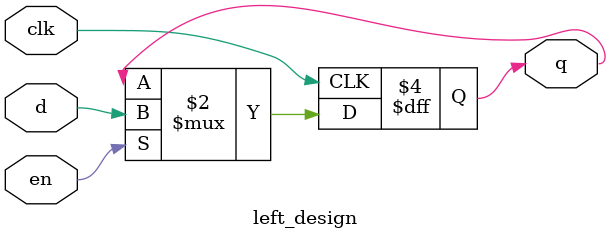
<source format=v>
module left_design (input d, clk, en, output reg q);

	always @ (posedge clk)
		if (en) begin
			q <= d;
		end
endmodule

</source>
